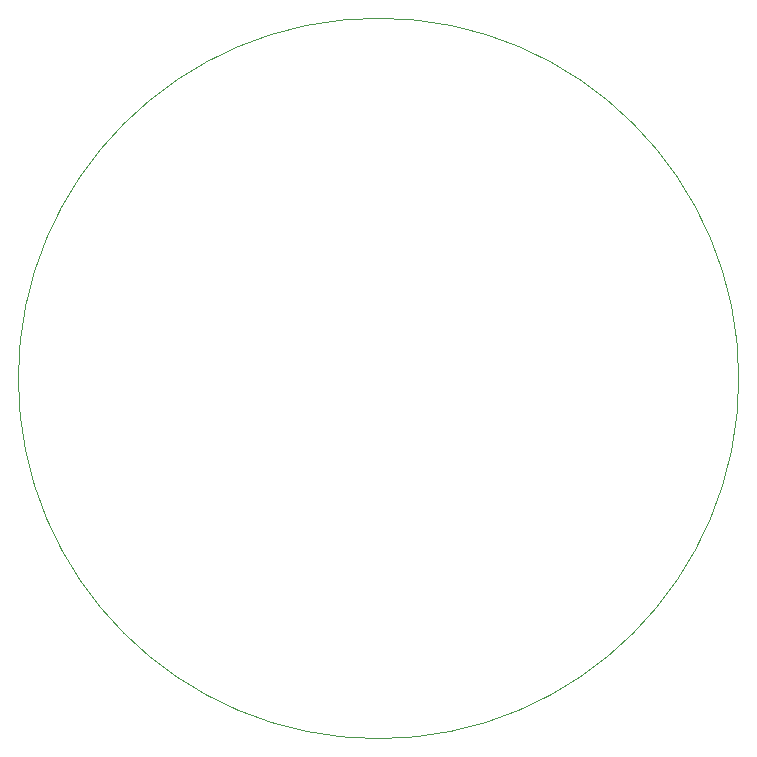
<source format=gbr>
G04 #@! TF.GenerationSoftware,KiCad,Pcbnew,(6.0.0-rc1-dev-135-gb4df06c)*
G04 #@! TF.CreationDate,2018-08-02T19:22:29+03:00*
G04 #@! TF.ProjectId,leaf-moist-sensor,6C6561662D6D6F6973742D73656E736F,rev?*
G04 #@! TF.SameCoordinates,Original*
G04 #@! TF.FileFunction,Profile,NP*
%FSLAX46Y46*%
G04 Gerber Fmt 4.6, Leading zero omitted, Abs format (unit mm)*
G04 Created by KiCad (PCBNEW (6.0.0-rc1-dev-135-gb4df06c)) date 2018 August 02, Thursday 19:22:29*
%MOMM*%
%LPD*%
G01*
G04 APERTURE LIST*
%ADD10C,0.050000*%
G04 APERTURE END LIST*
D10*
X164550000Y-86300000D02*
G75*
G03X164550000Y-86300000I-30500000J0D01*
G01*
M02*

</source>
